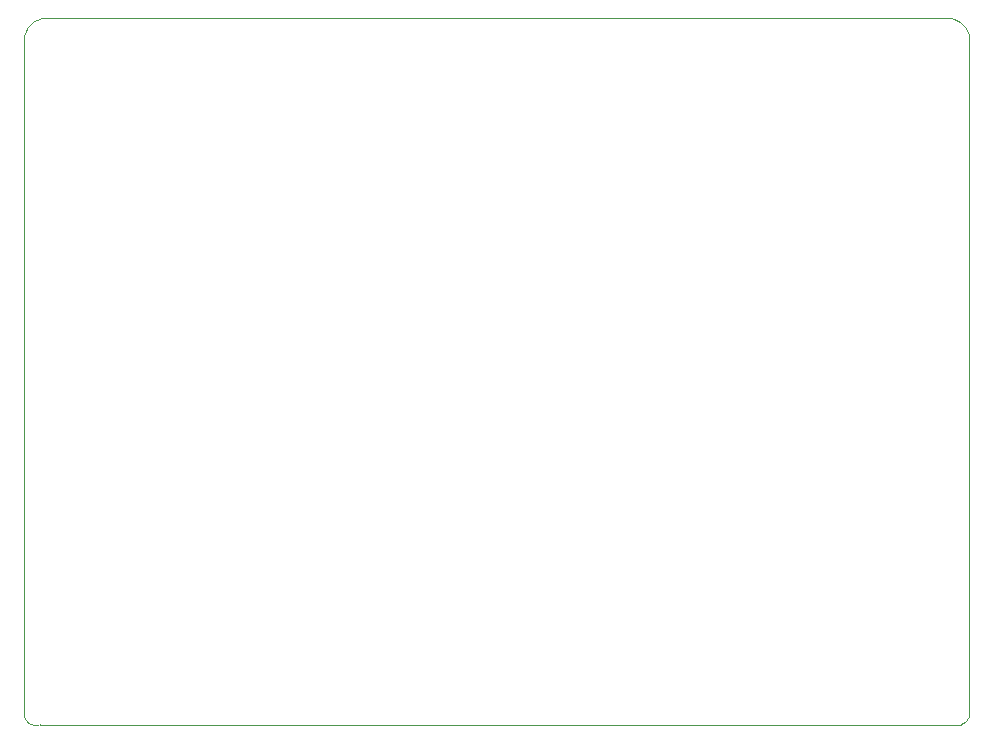
<source format=gbr>
G04 DipTrace 4.2.0.1*
G04 BoardOutline.gbr*
%MOMM*%
G04 #@! TF.FileFunction,Profile*
G04 #@! TF.Part,Single*
%ADD10C,0.12*%
%FSLAX35Y35*%
G04*
G71*
G90*
G75*
G01*
G04 BoardOutline*
%LPD*%
X1001887Y6832340D2*
D10*
G02X1232023Y6991440I196355J-38031D01*
G01*
X8806943D1*
G02X9001887Y6854610I5158J-199935D01*
G01*
Y1072370D1*
G02X8930923Y1007440I-94674J32227D01*
G01*
X1137850D1*
G02X1001887Y1119333I-37851J92559D01*
G01*
Y6832340D1*
M02*

</source>
